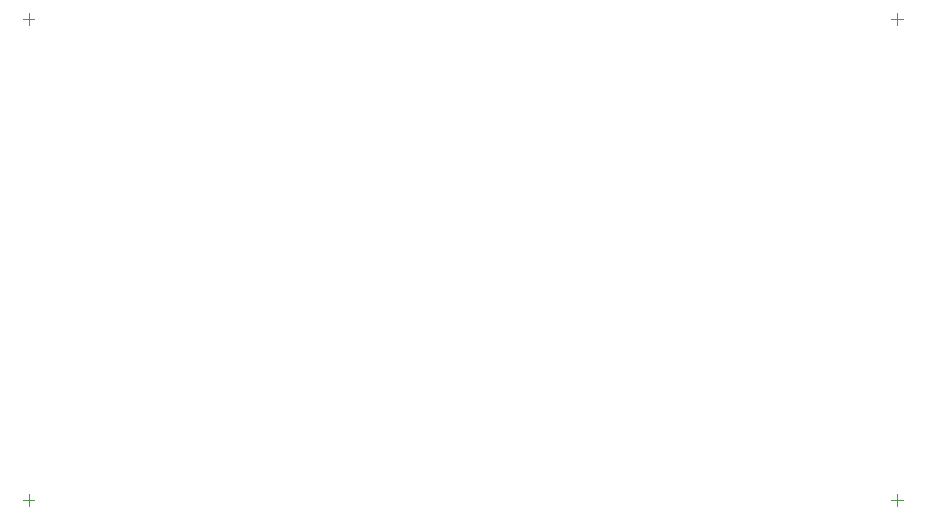
<source format=gbr>
%TF.GenerationSoftware,Altium Limited,Altium Designer,23.1.1 (15)*%
G04 Layer_Color=0*
%FSLAX45Y45*%
%MOMM*%
%TF.SameCoordinates,4CCFFED5-D059-4900-A68D-9618ACEA1AB5*%
%TF.FilePolarity,Positive*%
%TF.FileFunction,Other,Mechanical_16*%
%TF.Part,CustomerPanel*%
G01*
G75*
%TA.AperFunction,NonConductor*%
%ADD65C,0.10000*%
D65*
X4368800Y6973100D02*
Y7073100D01*
X4318800Y7023100D02*
X4418800D01*
X11722100Y6973100D02*
Y7073100D01*
X11672100Y7023100D02*
X11772100D01*
X4368800Y11049800D02*
Y11149800D01*
X4318800Y11099800D02*
X4418800D01*
X11722100Y11049800D02*
Y11149800D01*
X11672100Y11099800D02*
X11772100D01*
%TF.MD5,1830e5d627e845b35cd905284e56a871*%
M02*

</source>
